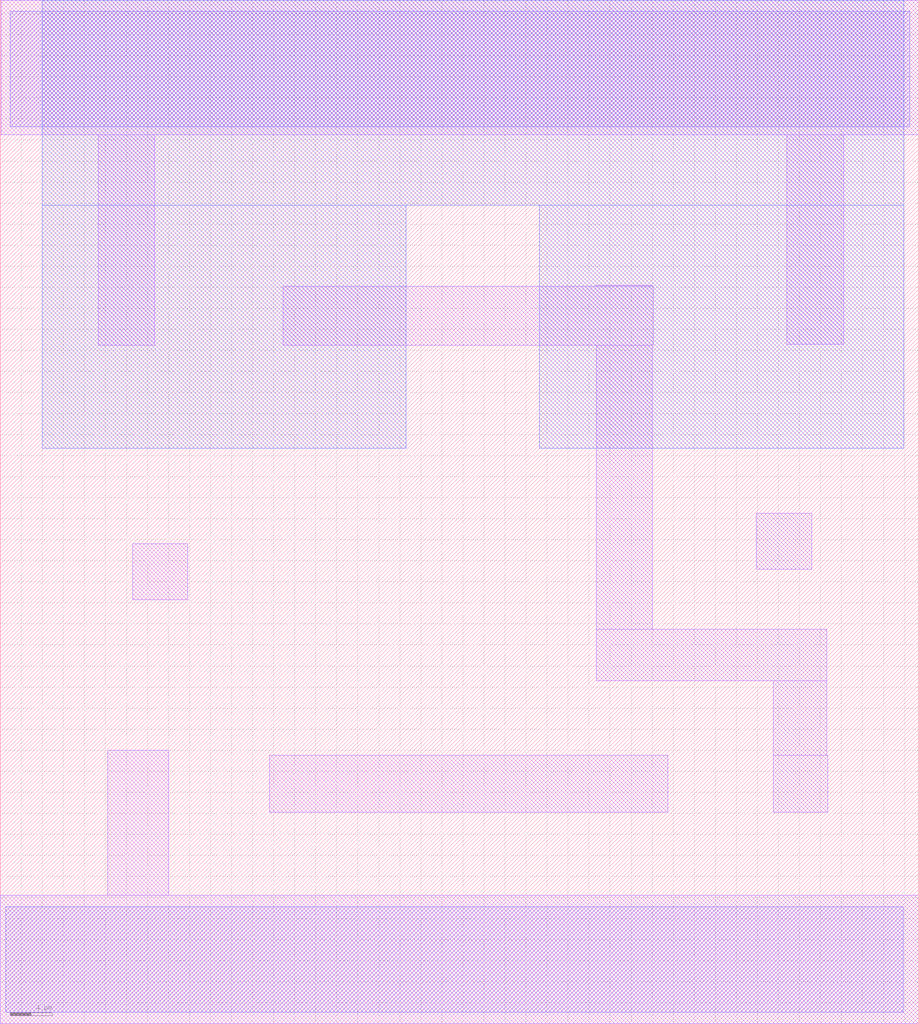
<source format=lef>
VERSION 5.7 ;
  NOWIREEXTENSIONATPIN ON ;
  DIVIDERCHAR "/" ;
  BUSBITCHARS "[]" ;
MACRO tholin_nand_scaled
  CLASS BLOCK ;
  FOREIGN tholin_nand_scaled ;
  ORIGIN 0.000 0.000 ;
  SIZE 87.300 BY 97.300 ;
  OBS
      LAYER nwell ;
        RECT 4.000 77.800 85.900 97.300 ;
        RECT 4.000 54.700 38.600 77.800 ;
        RECT 51.300 54.700 85.900 77.800 ;
      LAYER li1 ;
        RECT 0.100 84.500 87.300 97.300 ;
        RECT 9.300 64.500 14.700 84.500 ;
        RECT 56.700 70.100 62.000 70.200 ;
        RECT 26.900 64.500 62.100 70.100 ;
        RECT 74.800 64.600 80.200 84.500 ;
        RECT 12.600 40.300 17.800 45.600 ;
        RECT 56.700 37.500 62.000 64.500 ;
        RECT 71.900 43.200 77.200 48.500 ;
        RECT 56.700 32.600 78.600 37.500 ;
        RECT 10.200 12.200 16.000 26.000 ;
        RECT 73.500 25.500 78.600 32.600 ;
        RECT 25.600 20.100 63.500 25.500 ;
        RECT 73.500 20.100 78.700 25.500 ;
        RECT 0.000 0.000 87.300 12.200 ;
      LAYER met4 ;
        RECT 0.970 85.240 86.480 96.220 ;
        RECT 0.520 1.070 85.870 11.130 ;
  END
END tholin_nand_scaled
END LIBRARY


</source>
